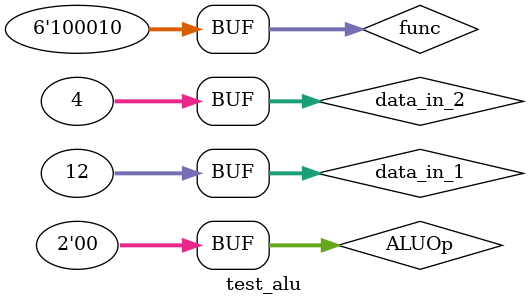
<source format=v>
module test_alu();
reg  [5:0] func;
reg  [31:0] data_in_1;
reg  [31:0] data_in_2;
reg  [1:0] ALUOp;
wire [31:0] ALU_result_test;
wire zero;
ALU test_1(ALU_result_test,zero,data_in_1,data_in_2,func,ALUOp);

initial begin
$monitor (ALU_result_test,zero,data_in_1,data_in_2,func,ALUOp);
 
ALUOp = 0; // put data here to test 
func = 34;
data_in_1 = 12;
data_in_2 = 4;
end
endmodule



</source>
